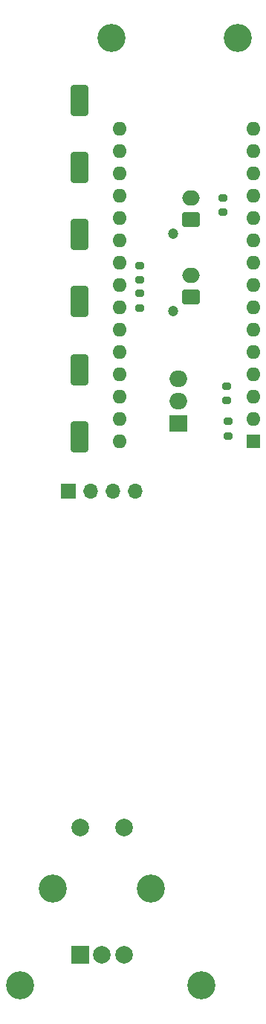
<source format=gbr>
%TF.GenerationSoftware,KiCad,Pcbnew,9.0.2*%
%TF.CreationDate,2025-08-07T20:28:25-04:00*%
%TF.ProjectId,3Dwelderpcbstuff,33447765-6c64-4657-9270-636273747566,rev?*%
%TF.SameCoordinates,Original*%
%TF.FileFunction,Soldermask,Bot*%
%TF.FilePolarity,Negative*%
%FSLAX46Y46*%
G04 Gerber Fmt 4.6, Leading zero omitted, Abs format (unit mm)*
G04 Created by KiCad (PCBNEW 9.0.2) date 2025-08-07 20:28:25*
%MOMM*%
%LPD*%
G01*
G04 APERTURE LIST*
G04 Aperture macros list*
%AMRoundRect*
0 Rectangle with rounded corners*
0 $1 Rounding radius*
0 $2 $3 $4 $5 $6 $7 $8 $9 X,Y pos of 4 corners*
0 Add a 4 corners polygon primitive as box body*
4,1,4,$2,$3,$4,$5,$6,$7,$8,$9,$2,$3,0*
0 Add four circle primitives for the rounded corners*
1,1,$1+$1,$2,$3*
1,1,$1+$1,$4,$5*
1,1,$1+$1,$6,$7*
1,1,$1+$1,$8,$9*
0 Add four rect primitives between the rounded corners*
20,1,$1+$1,$2,$3,$4,$5,0*
20,1,$1+$1,$4,$5,$6,$7,0*
20,1,$1+$1,$6,$7,$8,$9,0*
20,1,$1+$1,$8,$9,$2,$3,0*%
G04 Aperture macros list end*
%ADD10RoundRect,0.200000X-0.275000X0.200000X-0.275000X-0.200000X0.275000X-0.200000X0.275000X0.200000X0*%
%ADD11RoundRect,0.200000X0.275000X-0.200000X0.275000X0.200000X-0.275000X0.200000X-0.275000X-0.200000X0*%
%ADD12R,1.700000X1.700000*%
%ADD13O,1.700000X1.700000*%
%ADD14C,3.200000*%
%ADD15R,2.000000X2.000000*%
%ADD16C,2.000000*%
%ADD17RoundRect,0.300000X-0.700000X1.450000X-0.700000X-1.450000X0.700000X-1.450000X0.700000X1.450000X0*%
%ADD18R,1.600000X1.600000*%
%ADD19O,1.600000X1.600000*%
%ADD20R,2.000000X1.905000*%
%ADD21O,2.000000X1.905000*%
%ADD22C,1.200000*%
%ADD23RoundRect,0.250000X0.750000X-0.600000X0.750000X0.600000X-0.750000X0.600000X-0.750000X-0.600000X0*%
%ADD24O,2.000000X1.700000*%
G04 APERTURE END LIST*
D10*
%TO.C,R4*%
X149600000Y-78200000D03*
X149600000Y-79850000D03*
%TD*%
%TO.C,R3*%
X149400000Y-74175000D03*
X149400000Y-75825000D03*
%TD*%
D11*
%TO.C,R1*%
X149000000Y-54415000D03*
X149000000Y-52765000D03*
%TD*%
D12*
%TO.C,J1*%
X131405000Y-86185000D03*
D13*
X133945000Y-86185000D03*
X136485000Y-86185000D03*
X139025000Y-86185000D03*
%TD*%
D14*
%TO.C,REF\u002A\u002A*%
X146500000Y-142400000D03*
%TD*%
D15*
%TO.C,SW1*%
X132700000Y-138900000D03*
D16*
X137700000Y-138900000D03*
X135200000Y-138900000D03*
D14*
X129600000Y-131400000D03*
X140800000Y-131400000D03*
D16*
X137700000Y-124400000D03*
X132700000Y-124400000D03*
%TD*%
D14*
%TO.C,REF\u002A\u002A*%
X136300000Y-34600000D03*
%TD*%
D17*
%TO.C,J6*%
X132600000Y-72390000D03*
X132600000Y-80010000D03*
%TD*%
D14*
%TO.C,REF\u002A\u002A*%
X150700000Y-34600000D03*
%TD*%
%TO.C,REF\u002A\u002A*%
X125900000Y-142400000D03*
%TD*%
D17*
%TO.C,J2*%
X132600000Y-41740000D03*
X132600000Y-49360000D03*
X132600000Y-56980000D03*
X132600000Y-64600000D03*
%TD*%
D18*
%TO.C,A1*%
X152410000Y-80450000D03*
D19*
X152410000Y-77910000D03*
X152410000Y-75370000D03*
X152410000Y-72830000D03*
X152410000Y-70290000D03*
X152410000Y-67750000D03*
X152410000Y-65210000D03*
X152410000Y-62670000D03*
X152410000Y-60130000D03*
X152410000Y-57590000D03*
X152410000Y-55050000D03*
X152410000Y-52510000D03*
X152410000Y-49970000D03*
X152410000Y-47430000D03*
X152410000Y-44890000D03*
X137170000Y-44890000D03*
X137170000Y-47430000D03*
X137170000Y-49970000D03*
X137170000Y-52510000D03*
X137170000Y-55050000D03*
X137170000Y-57590000D03*
X137170000Y-60130000D03*
X137170000Y-62670000D03*
X137170000Y-65210000D03*
X137170000Y-67750000D03*
X137170000Y-70290000D03*
X137170000Y-72830000D03*
X137170000Y-75370000D03*
X137170000Y-77910000D03*
X137170000Y-80450000D03*
%TD*%
D10*
%TO.C,R2*%
X139500000Y-60500000D03*
X139500000Y-62150000D03*
%TD*%
D20*
%TO.C,Q2*%
X143910000Y-78470000D03*
D21*
X143910000Y-75930000D03*
X143910000Y-73390000D03*
%TD*%
D22*
%TO.C,J4*%
X143310000Y-65690000D03*
D23*
X145310000Y-64090000D03*
D24*
X145310000Y-61590000D03*
%TD*%
D22*
%TO.C,J5*%
X143310000Y-56890000D03*
D23*
X145310000Y-55290000D03*
D24*
X145310000Y-52790000D03*
%TD*%
D10*
%TO.C,R5*%
X139500000Y-63675000D03*
X139500000Y-65325000D03*
%TD*%
M02*

</source>
